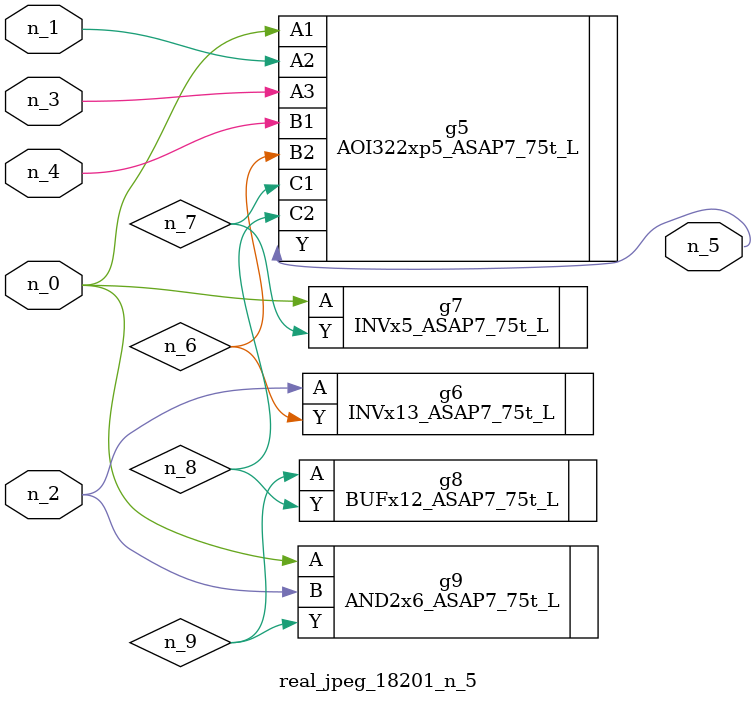
<source format=v>
module real_jpeg_18201_n_5 (n_4, n_0, n_1, n_2, n_3, n_5);

input n_4;
input n_0;
input n_1;
input n_2;
input n_3;

output n_5;

wire n_8;
wire n_6;
wire n_7;
wire n_9;

AOI322xp5_ASAP7_75t_L g5 ( 
.A1(n_0),
.A2(n_1),
.A3(n_3),
.B1(n_4),
.B2(n_6),
.C1(n_7),
.C2(n_8),
.Y(n_5)
);

INVx5_ASAP7_75t_L g7 ( 
.A(n_0),
.Y(n_7)
);

AND2x6_ASAP7_75t_L g9 ( 
.A(n_0),
.B(n_2),
.Y(n_9)
);

INVx13_ASAP7_75t_L g6 ( 
.A(n_2),
.Y(n_6)
);

BUFx12_ASAP7_75t_L g8 ( 
.A(n_9),
.Y(n_8)
);


endmodule
</source>
